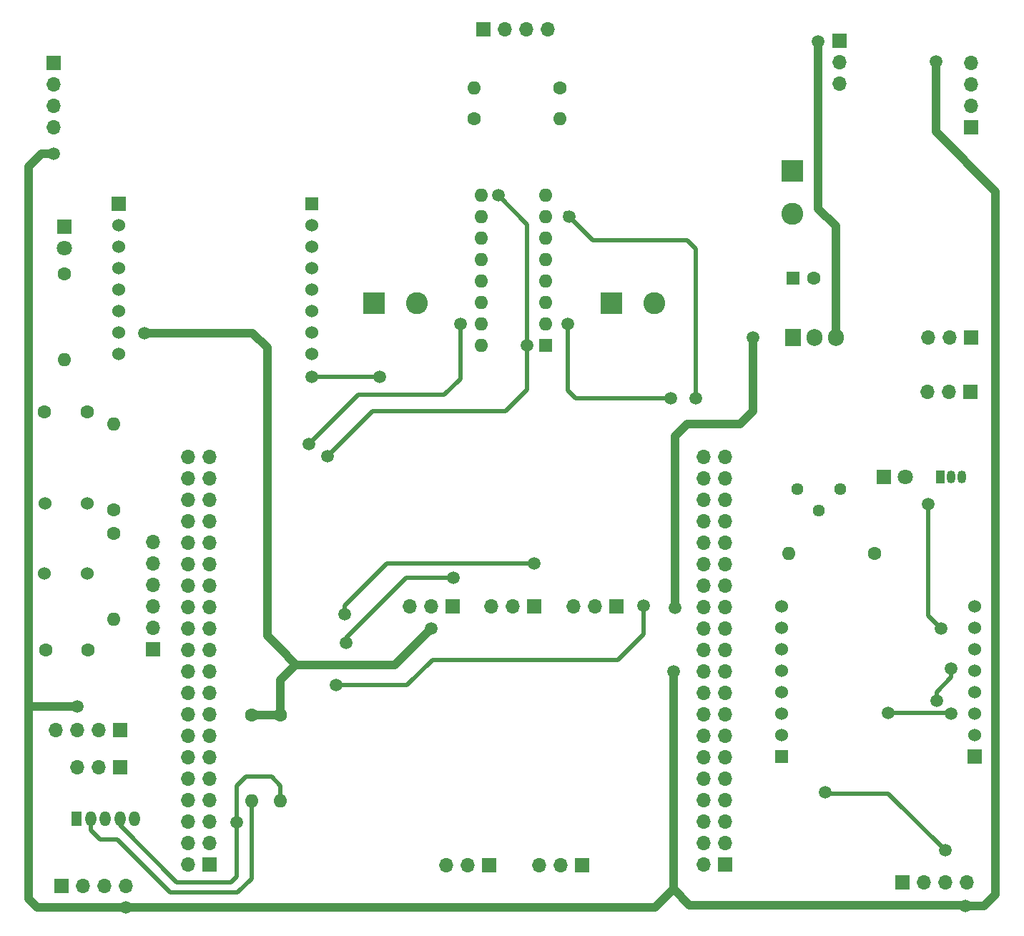
<source format=gbr>
%TF.GenerationSoftware,KiCad,Pcbnew,8.0.0*%
%TF.CreationDate,2024-05-29T16:21:41+02:00*%
%TF.ProjectId,Motor_Board_L476RG,4d6f746f-725f-4426-9f61-72645f4c3437,rev?*%
%TF.SameCoordinates,Original*%
%TF.FileFunction,Copper,L1,Top*%
%TF.FilePolarity,Positive*%
%FSLAX46Y46*%
G04 Gerber Fmt 4.6, Leading zero omitted, Abs format (unit mm)*
G04 Created by KiCad (PCBNEW 8.0.0) date 2024-05-29 16:21:41*
%MOMM*%
%LPD*%
G01*
G04 APERTURE LIST*
%TA.AperFunction,ComponentPad*%
%ADD10R,1.700000X1.700000*%
%TD*%
%TA.AperFunction,ComponentPad*%
%ADD11O,1.700000X1.700000*%
%TD*%
%TA.AperFunction,ComponentPad*%
%ADD12C,1.600000*%
%TD*%
%TA.AperFunction,ComponentPad*%
%ADD13O,1.600000X1.600000*%
%TD*%
%TA.AperFunction,ComponentPad*%
%ADD14R,1.800000X1.800000*%
%TD*%
%TA.AperFunction,ComponentPad*%
%ADD15C,1.800000*%
%TD*%
%TA.AperFunction,ComponentPad*%
%ADD16C,1.440000*%
%TD*%
%TA.AperFunction,ComponentPad*%
%ADD17C,1.524000*%
%TD*%
%TA.AperFunction,ComponentPad*%
%ADD18R,1.050000X1.500000*%
%TD*%
%TA.AperFunction,ComponentPad*%
%ADD19O,1.050000X1.500000*%
%TD*%
%TA.AperFunction,ComponentPad*%
%ADD20R,1.600000X1.600000*%
%TD*%
%TA.AperFunction,ComponentPad*%
%ADD21R,1.275000X1.800000*%
%TD*%
%TA.AperFunction,ComponentPad*%
%ADD22O,1.275000X1.800000*%
%TD*%
%TA.AperFunction,ComponentPad*%
%ADD23R,1.676400X1.676400*%
%TD*%
%TA.AperFunction,ComponentPad*%
%ADD24R,1.524000X1.524000*%
%TD*%
%TA.AperFunction,ComponentPad*%
%ADD25R,2.600000X2.600000*%
%TD*%
%TA.AperFunction,ComponentPad*%
%ADD26C,2.600000*%
%TD*%
%TA.AperFunction,ComponentPad*%
%ADD27R,1.905000X2.000000*%
%TD*%
%TA.AperFunction,ComponentPad*%
%ADD28O,1.905000X2.000000*%
%TD*%
%TA.AperFunction,ViaPad*%
%ADD29C,1.500000*%
%TD*%
%TA.AperFunction,Conductor*%
%ADD30C,0.500000*%
%TD*%
%TA.AperFunction,Conductor*%
%ADD31C,1.000000*%
%TD*%
G04 APERTURE END LIST*
D10*
%TO.P,J10,1,Pin_1*%
%TO.N,unconnected-(J10-Pin_1-Pad1)*%
X208500000Y-143440000D03*
D11*
%TO.P,J10,2,Pin_2*%
%TO.N,unconnected-(J10-Pin_2-Pad2)*%
X205960000Y-143440000D03*
%TO.P,J10,3,Pin_3*%
%TO.N,SCK*%
X208500000Y-140900000D03*
%TO.P,J10,4,Pin_4*%
%TO.N,MISO*%
X205960000Y-140900000D03*
%TO.P,J10,5,Pin_5*%
%TO.N,MOSI*%
X208500000Y-138360000D03*
%TO.P,J10,6,Pin_6*%
%TO.N,nRF_CE*%
X205960000Y-138360000D03*
%TO.P,J10,7,Pin_7*%
%TO.N,unconnected-(J10-Pin_7-Pad7)*%
X208500000Y-135820000D03*
%TO.P,J10,8,Pin_8*%
%TO.N,unconnected-(J10-Pin_8-Pad8)*%
X205960000Y-135820000D03*
%TO.P,J10,9,Pin_9*%
%TO.N,unconnected-(J10-Pin_9-Pad9)*%
X208500000Y-133280000D03*
%TO.P,J10,10,Pin_10*%
%TO.N,unconnected-(J10-Pin_10-Pad10)*%
X205960000Y-133280000D03*
%TO.P,J10,11,Pin_11*%
%TO.N,unconnected-(J10-Pin_11-Pad11)*%
X208500000Y-130740000D03*
%TO.P,J10,12,Pin_12*%
%TO.N,unconnected-(J10-Pin_12-Pad12)*%
X205960000Y-130740000D03*
%TO.P,J10,13,Pin_13*%
%TO.N,unconnected-(J10-Pin_13-Pad13)*%
X208500000Y-128200000D03*
%TO.P,J10,14,Pin_14*%
%TO.N,unconnected-(J10-Pin_14-Pad14)*%
X205960000Y-128200000D03*
%TO.P,J10,15,Pin_15*%
%TO.N,Din_4*%
X208500000Y-125660000D03*
%TO.P,J10,16,Pin_16*%
%TO.N,unconnected-(J10-Pin_16-Pad16)*%
X205960000Y-125660000D03*
%TO.P,J10,17,Pin_17*%
%TO.N,nRF_CS*%
X208500000Y-123120000D03*
%TO.P,J10,18,Pin_18*%
%TO.N,3.3V_NUC*%
X205960000Y-123120000D03*
%TO.P,J10,19,Pin_19*%
%TO.N,nRF_INT*%
X208500000Y-120580000D03*
%TO.P,J10,20,Pin_20*%
%TO.N,5V_NUC*%
X205960000Y-120580000D03*
%TO.P,J10,21,Pin_21*%
%TO.N,GND*%
X208500000Y-118040000D03*
%TO.P,J10,22,Pin_22*%
X205960000Y-118040000D03*
%TO.P,J10,23,Pin_23*%
%TO.N,Servo*%
X208500000Y-115500000D03*
%TO.P,J10,24,Pin_24*%
%TO.N,GND*%
X205960000Y-115500000D03*
%TO.P,J10,25,Pin_25*%
%TO.N,USER_BUTTON*%
X208500000Y-112960000D03*
%TO.P,J10,26,Pin_26*%
%TO.N,VIN*%
X205960000Y-112960000D03*
%TO.P,J10,27,Pin_27*%
%TO.N,unconnected-(J10-Pin_27-Pad27)*%
X208500000Y-110420000D03*
%TO.P,J10,28,Pin_28*%
%TO.N,unconnected-(J10-Pin_28-Pad28)*%
X205960000Y-110420000D03*
%TO.P,J10,29,Pin_29*%
%TO.N,LED_OUT*%
X208500000Y-107880000D03*
%TO.P,J10,30,Pin_30*%
%TO.N,MOT_R_1*%
X205960000Y-107880000D03*
%TO.P,J10,31,Pin_31*%
%TO.N,unconnected-(J10-Pin_31-Pad31)*%
X208500000Y-105340000D03*
%TO.P,J10,32,Pin_32*%
%TO.N,MOT_R_2*%
X205960000Y-105340000D03*
%TO.P,J10,33,Pin_33*%
%TO.N,unconnected-(J10-Pin_33-Pad33)*%
X208500000Y-102800000D03*
%TO.P,J10,34,Pin_34*%
%TO.N,ADC_OUT*%
X205960000Y-102800000D03*
%TO.P,J10,35,Pin_35*%
%TO.N,unconnected-(J10-Pin_35-Pad35)*%
X208500000Y-100260000D03*
%TO.P,J10,36,Pin_36*%
%TO.N,unconnected-(J10-Pin_36-Pad36)*%
X205960000Y-100260000D03*
%TO.P,J10,37,Pin_37*%
%TO.N,TEMP_OUT*%
X208500000Y-97720000D03*
%TO.P,J10,38,Pin_38*%
%TO.N,unconnected-(J10-Pin_38-Pad38)*%
X205960000Y-97720000D03*
%TO.P,J10,39,Pin_39*%
%TO.N,POT_OUT*%
X208500000Y-95180000D03*
%TO.P,J10,40,Pin_40*%
%TO.N,Din_1*%
X205960000Y-95180000D03*
%TD*%
D10*
%TO.P,J11,1,Pin_1*%
%TO.N,unconnected-(J11-Pin_1-Pad1)*%
X147460001Y-143440000D03*
D11*
%TO.P,J11,2,Pin_2*%
%TO.N,unconnected-(J11-Pin_2-Pad2)*%
X144920001Y-143440000D03*
%TO.P,J11,3,Pin_3*%
%TO.N,Speed_L*%
X147460001Y-140900000D03*
%TO.P,J11,4,Pin_4*%
%TO.N,Speed_R*%
X144920001Y-140900000D03*
%TO.P,J11,5,Pin_5*%
%TO.N,SCL*%
X147460001Y-138360000D03*
%TO.P,J11,6,Pin_6*%
%TO.N,unconnected-(J11-Pin_6-Pad6)*%
X144920001Y-138360000D03*
%TO.P,J11,7,Pin_7*%
%TO.N,SDA*%
X147460001Y-135820000D03*
%TO.P,J11,8,Pin_8*%
%TO.N,Din_3*%
X144920001Y-135820000D03*
%TO.P,J11,9,Pin_9*%
%TO.N,unconnected-(J11-Pin_9-Pad9)*%
X147460001Y-133280000D03*
%TO.P,J11,10,Pin_10*%
%TO.N,unconnected-(J11-Pin_10-Pad10)*%
X144920001Y-133280000D03*
%TO.P,J11,11,Pin_11*%
%TO.N,unconnected-(J11-Pin_11-Pad11)*%
X147460001Y-130740000D03*
%TO.P,J11,12,Pin_12*%
%TO.N,unconnected-(J11-Pin_12-Pad12)*%
X144920001Y-130740000D03*
%TO.P,J11,13,Pin_13*%
%TO.N,Line_R*%
X147460001Y-128200000D03*
%TO.P,J11,14,Pin_14*%
%TO.N,SW2_OUT*%
X144920001Y-128200000D03*
%TO.P,J11,15,Pin_15*%
%TO.N,unconnected-(J11-Pin_15-Pad15)*%
X147460001Y-125660000D03*
%TO.P,J11,16,Pin_16*%
%TO.N,SW1_OUT*%
X144920001Y-125660000D03*
%TO.P,J11,17,Pin_17*%
%TO.N,Line_L*%
X147460001Y-123120000D03*
%TO.P,J11,18,Pin_18*%
%TO.N,unconnected-(J11-Pin_18-Pad18)*%
X144920001Y-123120000D03*
%TO.P,J11,19,Pin_19*%
%TO.N,Line_C*%
X147460001Y-120580000D03*
%TO.P,J11,20,Pin_20*%
%TO.N,unconnected-(J11-Pin_20-Pad20)*%
X144920001Y-120580000D03*
%TO.P,J11,21,Pin_21*%
%TO.N,unconnected-(J11-Pin_21-Pad21)*%
X147460001Y-118040000D03*
%TO.P,J11,22,Pin_22*%
%TO.N,GND*%
X144920001Y-118040000D03*
%TO.P,J11,23,Pin_23*%
%TO.N,MOT_EN*%
X147460001Y-115500000D03*
%TO.P,J11,24,Pin_24*%
%TO.N,Net-(J11-Pin_24)*%
X144920001Y-115500000D03*
%TO.P,J11,25,Pin_25*%
%TO.N,MOT_L_2*%
X147460001Y-112960000D03*
%TO.P,J11,26,Pin_26*%
%TO.N,Net-(J11-Pin_26)*%
X144920001Y-112960000D03*
%TO.P,J11,27,Pin_27*%
%TO.N,Accel_INT*%
X147460001Y-110420000D03*
%TO.P,J11,28,Pin_28*%
%TO.N,Net-(J11-Pin_28)*%
X144920001Y-110420000D03*
%TO.P,J11,29,Pin_29*%
%TO.N,MOT_L_1*%
X147460001Y-107880000D03*
%TO.P,J11,30,Pin_30*%
%TO.N,Net-(J11-Pin_30)*%
X144920001Y-107880000D03*
%TO.P,J11,31,Pin_31*%
%TO.N,US_echo_in*%
X147460001Y-105340000D03*
%TO.P,J11,32,Pin_32*%
%TO.N,LED_OUT2*%
X144920001Y-105340000D03*
%TO.P,J11,33,Pin_33*%
%TO.N,US_trig*%
X147460001Y-102800000D03*
%TO.P,J11,34,Pin_34*%
%TO.N,unconnected-(J11-Pin_34-Pad34)*%
X144920001Y-102800000D03*
%TO.P,J11,35,Pin_35*%
%TO.N,Din_2*%
X147460001Y-100260000D03*
%TO.P,J11,36,Pin_36*%
%TO.N,Accel_RESET*%
X144920001Y-100260000D03*
%TO.P,J11,37,Pin_37*%
%TO.N,unconnected-(J11-Pin_37-Pad37)*%
X147460001Y-97720000D03*
%TO.P,J11,38,Pin_38*%
%TO.N,unconnected-(J11-Pin_38-Pad38)*%
X144920001Y-97720000D03*
%TO.P,J11,39,Pin_39*%
%TO.N,unconnected-(J11-Pin_39-Pad39)*%
X147460001Y-95180000D03*
%TO.P,J11,40,Pin_40*%
%TO.N,unconnected-(J11-Pin_40-Pad40)*%
X144920001Y-95180000D03*
%TD*%
D10*
%TO.P,J3,1,Pin_1*%
%TO.N,Line_R*%
X195600000Y-112900000D03*
D11*
%TO.P,J3,2,Pin_2*%
%TO.N,3.3V_NUC*%
X193060000Y-112900000D03*
%TO.P,J3,3,Pin_3*%
%TO.N,GND*%
X190520000Y-112900000D03*
%TD*%
D12*
%TO.P,R3,1*%
%TO.N,US_echo_in*%
X188900000Y-51450000D03*
D13*
%TO.P,R3,2*%
%TO.N,US_echo*%
X178740000Y-51450000D03*
%TD*%
D12*
%TO.P,R2,1*%
%TO.N,SW2_OUT*%
X136100000Y-101400000D03*
D13*
%TO.P,R2,2*%
%TO.N,GND*%
X136100000Y-91240000D03*
%TD*%
D10*
%TO.P,J15,1,Pin_1*%
%TO.N,GND*%
X229500000Y-145500000D03*
D11*
%TO.P,J15,2,Pin_2*%
%TO.N,unconnected-(J15-Pin_2-Pad2)*%
X232040000Y-145500000D03*
%TO.P,J15,3,Pin_3*%
%TO.N,Din_4*%
X234580000Y-145500000D03*
%TO.P,J15,4,Pin_4*%
%TO.N,5V_NUC*%
X237120000Y-145500000D03*
%TD*%
D12*
%TO.P,R4,1*%
%TO.N,GND*%
X178740000Y-55100000D03*
D13*
%TO.P,R4,2*%
%TO.N,US_echo_in*%
X188900000Y-55100000D03*
%TD*%
D10*
%TO.P,J2,1,Pin_1*%
%TO.N,Speed_L*%
X180500000Y-143500000D03*
D11*
%TO.P,J2,2,Pin_2*%
%TO.N,GND*%
X177960000Y-143500000D03*
%TO.P,J2,3,Pin_3*%
%TO.N,3.3V_NUC*%
X175420000Y-143500000D03*
%TD*%
D10*
%TO.P,J12,1,Pin_1*%
%TO.N,GND*%
X237600000Y-56150000D03*
D11*
%TO.P,J12,2,Pin_2*%
%TO.N,unconnected-(J12-Pin_2-Pad2)*%
X237600000Y-53610000D03*
%TO.P,J12,3,Pin_3*%
%TO.N,Din_1*%
X237600000Y-51070000D03*
%TO.P,J12,4,Pin_4*%
%TO.N,5V_NUC*%
X237600000Y-48530000D03*
%TD*%
D14*
%TO.P,D1,1,K*%
%TO.N,Net-(D1-K)*%
X227260000Y-97500000D03*
D15*
%TO.P,D1,2,A*%
%TO.N,3.3V_NUC*%
X229800000Y-97500000D03*
%TD*%
D16*
%TO.P,RV1,1,1*%
%TO.N,3.3V_NUC*%
X217020000Y-99015000D03*
%TO.P,RV1,2,2*%
%TO.N,POT_OUT*%
X219560000Y-101555000D03*
%TO.P,RV1,3,3*%
%TO.N,GND*%
X222100000Y-99015000D03*
%TD*%
D17*
%TO.P,SW1,1,1*%
%TO.N,3.3V_NUC*%
X127900000Y-109000000D03*
%TO.P,SW1,2,2*%
%TO.N,SW1_OUT*%
X132900000Y-109000000D03*
%TD*%
D18*
%TO.P,U1,1,+V_{S}*%
%TO.N,3.3V_NUC*%
X233960000Y-97500000D03*
D19*
%TO.P,U1,2,V_{OUT}*%
%TO.N,TEMP_OUT*%
X235230000Y-97500000D03*
%TO.P,U1,3,GND*%
%TO.N,GND*%
X236500000Y-97500000D03*
%TD*%
D12*
%TO.P,R7,1*%
%TO.N,3.3V_NUC*%
X152420001Y-125700000D03*
D13*
%TO.P,R7,2*%
%TO.N,SDA*%
X152420001Y-135860000D03*
%TD*%
D20*
%TO.P,C3,1*%
%TO.N,VIN*%
X216500000Y-74000000D03*
D12*
%TO.P,C3,2*%
%TO.N,GND*%
X219000000Y-74000000D03*
%TD*%
%TO.P,R5,1*%
%TO.N,Net-(D1-K)*%
X226160000Y-106615000D03*
D13*
%TO.P,R5,2*%
%TO.N,LED_OUT*%
X216000000Y-106615000D03*
%TD*%
D21*
%TO.P,J9,1,Pin_1*%
%TO.N,unconnected-(J9-Pin_1-Pad1)*%
X131700000Y-138000000D03*
D22*
%TO.P,J9,2,Pin_2*%
%TO.N,SDA*%
X133400000Y-138000000D03*
%TO.P,J9,3,Pin_3*%
%TO.N,GND*%
X135100000Y-138000000D03*
%TO.P,J9,4,Pin_4*%
%TO.N,SCL*%
X136800000Y-138000000D03*
%TO.P,J9,5,Pin_5*%
%TO.N,3.3V_NUC*%
X138500000Y-138000000D03*
%TD*%
D12*
%TO.P,R1,1*%
%TO.N,SW1_OUT*%
X136100000Y-104200000D03*
D13*
%TO.P,R1,2*%
%TO.N,GND*%
X136100000Y-114360000D03*
%TD*%
D10*
%TO.P,J18,1,Pin_1*%
%TO.N,SCL*%
X136800000Y-127510000D03*
D11*
%TO.P,J18,2,Pin_2*%
%TO.N,SDA*%
X134260000Y-127510000D03*
%TO.P,J18,3,Pin_3*%
%TO.N,5V_NUC*%
X131720000Y-127510000D03*
%TO.P,J18,4,Pin_4*%
%TO.N,GND*%
X129180000Y-127510000D03*
%TD*%
D12*
%TO.P,R8,1*%
%TO.N,Net-(D2-A)*%
X130200000Y-73500000D03*
D13*
%TO.P,R8,2*%
%TO.N,LED_OUT2*%
X130200000Y-83660000D03*
%TD*%
D10*
%TO.P,J6,1,Pin_1*%
%TO.N,GND*%
X179810000Y-44500000D03*
D11*
%TO.P,J6,2,Pin_2*%
%TO.N,US_echo*%
X182350000Y-44500000D03*
%TO.P,J6,3,Pin_3*%
%TO.N,US_trig*%
X184890000Y-44500000D03*
%TO.P,J6,4,Pin_4*%
%TO.N,5V*%
X187430000Y-44500000D03*
%TD*%
D10*
%TO.P,J17,1,Pin_1*%
%TO.N,SCL*%
X136800000Y-131910000D03*
D11*
%TO.P,J17,2,Pin_2*%
%TO.N,SDA*%
X134260000Y-131910000D03*
%TO.P,J17,3,Pin_3*%
%TO.N,GND*%
X131720000Y-131910000D03*
%TD*%
D12*
%TO.P,C1,1*%
%TO.N,3.3V_NUC*%
X128000000Y-118000000D03*
%TO.P,C1,2*%
%TO.N,SW1_OUT*%
X133000000Y-118000000D03*
%TD*%
D23*
%TO.P,CON1,P1,AN*%
%TO.N,unconnected-(CON1-AN-PadP1)*%
X136640000Y-65220000D03*
D17*
%TO.P,CON1,P2,RST*%
%TO.N,Accel_RESET*%
X136640000Y-67760000D03*
%TO.P,CON1,P3,CS*%
%TO.N,unconnected-(CON1-CS-PadP3)*%
X136640000Y-70300000D03*
%TO.P,CON1,P4,SCK*%
%TO.N,unconnected-(CON1-SCK-PadP4)*%
X136640000Y-72840000D03*
%TO.P,CON1,P5,MISO*%
%TO.N,unconnected-(CON1-MISO-PadP5)*%
X136640000Y-75380000D03*
%TO.P,CON1,P6,MOSI*%
%TO.N,unconnected-(CON1-MOSI-PadP6)*%
X136640000Y-77920000D03*
%TO.P,CON1,P7,3V3*%
%TO.N,3.3V_NUC*%
X136640000Y-80460000D03*
%TO.P,CON1,P8,GND1*%
%TO.N,GND*%
X136640000Y-83000000D03*
%TO.P,CON1,P9,GND2*%
X159500000Y-83000000D03*
%TO.P,CON1,P10,5V*%
%TO.N,unconnected-(CON1-5V-PadP10)*%
X159500000Y-80460000D03*
%TO.P,CON1,P11,SDA*%
%TO.N,SDA*%
X159500000Y-77920000D03*
%TO.P,CON1,P12,SCL*%
%TO.N,SCL*%
X159500000Y-75380000D03*
%TO.P,CON1,P13,RX*%
%TO.N,unconnected-(CON1-RX-PadP13)*%
X159500000Y-72840000D03*
%TO.P,CON1,P14,TX*%
%TO.N,unconnected-(CON1-TX-PadP14)*%
X159500000Y-70300000D03*
%TO.P,CON1,P15,INT*%
%TO.N,Accel_INT*%
X159500000Y-67760000D03*
D24*
%TO.P,CON1,P16,PWM*%
%TO.N,unconnected-(CON1-PWM-PadP16)*%
X159500000Y-65220000D03*
%TD*%
D12*
%TO.P,C2,1*%
%TO.N,3.3V_NUC*%
X127900000Y-89800000D03*
%TO.P,C2,2*%
%TO.N,SW2_OUT*%
X132900000Y-89800000D03*
%TD*%
D10*
%TO.P,J23,1,Pin_1*%
%TO.N,GND*%
X140750000Y-117950000D03*
D11*
%TO.P,J23,2,Pin_2*%
%TO.N,Net-(J11-Pin_24)*%
X140750000Y-115410000D03*
%TO.P,J23,3,Pin_3*%
%TO.N,Net-(J11-Pin_26)*%
X140750000Y-112870000D03*
%TO.P,J23,4,Pin_4*%
%TO.N,Net-(J11-Pin_28)*%
X140750000Y-110330000D03*
%TO.P,J23,5,Pin_5*%
%TO.N,Net-(J11-Pin_30)*%
X140750000Y-107790000D03*
%TO.P,J23,6,Pin_6*%
%TO.N,LED_OUT2*%
X140750000Y-105250000D03*
%TD*%
D23*
%TO.P,CON2,P1,AN*%
%TO.N,unconnected-(CON2-AN-PadP1)*%
X238000000Y-130620000D03*
D17*
%TO.P,CON2,P2,RST*%
%TO.N,nRF_CE*%
X238000000Y-128080000D03*
%TO.P,CON2,P3,CS*%
%TO.N,nRF_CS*%
X238000000Y-125540000D03*
%TO.P,CON2,P4,SCK*%
%TO.N,SCK*%
X238000000Y-123000000D03*
%TO.P,CON2,P5,MISO*%
%TO.N,MISO*%
X238000000Y-120460000D03*
%TO.P,CON2,P6,MOSI*%
%TO.N,MOSI*%
X238000000Y-117920000D03*
%TO.P,CON2,P7,3V3*%
%TO.N,3.3V_NUC*%
X238000000Y-115380000D03*
%TO.P,CON2,P8,GND1*%
%TO.N,GND*%
X238000000Y-112840000D03*
%TO.P,CON2,P9,GND2*%
X215140000Y-112840000D03*
%TO.P,CON2,P10,5V*%
%TO.N,unconnected-(CON2-5V-PadP10)*%
X215140000Y-115380000D03*
%TO.P,CON2,P11,SDA*%
%TO.N,unconnected-(CON2-SDA-PadP11)*%
X215140000Y-117920000D03*
%TO.P,CON2,P12,SCL*%
%TO.N,unconnected-(CON2-SCL-PadP12)*%
X215140000Y-120460000D03*
%TO.P,CON2,P13,RX*%
%TO.N,unconnected-(CON2-RX-PadP13)*%
X215140000Y-123000000D03*
%TO.P,CON2,P14,TX*%
%TO.N,unconnected-(CON2-TX-PadP14)*%
X215140000Y-125540000D03*
%TO.P,CON2,P15,INT*%
%TO.N,nRF_INT*%
X215140000Y-128080000D03*
D24*
%TO.P,CON2,P16,PWM*%
%TO.N,unconnected-(CON2-PWM-PadP16)*%
X215140000Y-130620000D03*
%TD*%
D10*
%TO.P,J14,1,Pin_1*%
%TO.N,GND*%
X129920000Y-146000000D03*
D11*
%TO.P,J14,2,Pin_2*%
%TO.N,unconnected-(J14-Pin_2-Pad2)*%
X132460000Y-146000000D03*
%TO.P,J14,3,Pin_3*%
%TO.N,Din_3*%
X135000000Y-146000000D03*
%TO.P,J14,4,Pin_4*%
%TO.N,5V_NUC*%
X137540000Y-146000000D03*
%TD*%
D25*
%TO.P,J21,1,Pin_1*%
%TO.N,Net-(J21-Pin_1)*%
X195000000Y-77000000D03*
D26*
%TO.P,J21,2,Pin_2*%
%TO.N,Net-(J21-Pin_2)*%
X200080000Y-77000000D03*
%TD*%
D20*
%TO.P,U3,1,1\u002C2EN*%
%TO.N,MOT_EN*%
X187200000Y-81980000D03*
D13*
%TO.P,U3,2,1A*%
%TO.N,MOT_R_1*%
X187200000Y-79440000D03*
%TO.P,U3,3,1Y*%
%TO.N,Net-(J21-Pin_1)*%
X187200000Y-76900000D03*
%TO.P,U3,4,GND*%
%TO.N,GND*%
X187200000Y-74360000D03*
%TO.P,U3,5,GND*%
X187200000Y-71820000D03*
%TO.P,U3,6,2Y*%
%TO.N,Net-(J21-Pin_2)*%
X187200000Y-69280000D03*
%TO.P,U3,7,2A*%
%TO.N,MOT_R_2*%
X187200000Y-66740000D03*
%TO.P,U3,8,VCC2*%
%TO.N,VIN*%
X187200000Y-64200000D03*
%TO.P,U3,9,3\u002C4EN*%
%TO.N,MOT_EN*%
X179580000Y-64200000D03*
%TO.P,U3,10,3A*%
%TO.N,MOT_L_1*%
X179580000Y-66740000D03*
%TO.P,U3,11,3Y*%
%TO.N,Net-(J22-Pin_1)*%
X179580000Y-69280000D03*
%TO.P,U3,12,GND*%
%TO.N,GND*%
X179580000Y-71820000D03*
%TO.P,U3,13,GND*%
X179580000Y-74360000D03*
%TO.P,U3,14,4Y*%
%TO.N,Net-(J22-Pin_2)*%
X179580000Y-76900000D03*
%TO.P,U3,15,4A*%
%TO.N,MOT_L_2*%
X179580000Y-79440000D03*
%TO.P,U3,16,VCC1*%
%TO.N,5V*%
X179580000Y-81980000D03*
%TD*%
D10*
%TO.P,J7,1,Pin_1*%
%TO.N,5V*%
X222000000Y-45920000D03*
D11*
%TO.P,J7,2,Pin_2*%
%TO.N,GND*%
X222000000Y-48460000D03*
%TO.P,J7,3,Pin_3*%
%TO.N,Servo*%
X222000000Y-51000000D03*
%TD*%
D10*
%TO.P,J13,1,Pin_1*%
%TO.N,GND*%
X129000000Y-48500000D03*
D11*
%TO.P,J13,2,Pin_2*%
%TO.N,unconnected-(J13-Pin_2-Pad2)*%
X129000000Y-51040000D03*
%TO.P,J13,3,Pin_3*%
%TO.N,Din_2*%
X129000000Y-53580000D03*
%TO.P,J13,4,Pin_4*%
%TO.N,5V_NUC*%
X129000000Y-56120000D03*
%TD*%
D12*
%TO.P,R6,1*%
%TO.N,3.3V_NUC*%
X155820001Y-125700000D03*
D13*
%TO.P,R6,2*%
%TO.N,SCL*%
X155820001Y-135860000D03*
%TD*%
D17*
%TO.P,SW2,1,1*%
%TO.N,3.3V_NUC*%
X127950000Y-100650000D03*
%TO.P,SW2,2,2*%
%TO.N,SW2_OUT*%
X132950000Y-100650000D03*
%TD*%
D10*
%TO.P,J19,1,Pin_1*%
%TO.N,GND*%
X237580000Y-81000000D03*
D11*
%TO.P,J19,2,Pin_2*%
X235040000Y-81000000D03*
%TO.P,J19,3,Pin_3*%
X232500000Y-81000000D03*
%TD*%
D25*
%TO.P,J8,1,Pin_1*%
%TO.N,GND*%
X216400000Y-61300000D03*
D26*
%TO.P,J8,2,Pin_2*%
%TO.N,VIN*%
X216400000Y-66380000D03*
%TD*%
D10*
%TO.P,J20,1,Pin_1*%
%TO.N,3.3V_NUC*%
X237500000Y-87500000D03*
D11*
%TO.P,J20,2,Pin_2*%
X234960000Y-87500000D03*
%TO.P,J20,3,Pin_3*%
X232420000Y-87500000D03*
%TD*%
D14*
%TO.P,D2,1,K*%
%TO.N,GND*%
X130200000Y-67860000D03*
D15*
%TO.P,D2,2,A*%
%TO.N,Net-(D2-A)*%
X130200000Y-70400000D03*
%TD*%
D10*
%TO.P,J5,1,Pin_1*%
%TO.N,Line_L*%
X176200000Y-112900000D03*
D11*
%TO.P,J5,2,Pin_2*%
%TO.N,3.3V_NUC*%
X173660000Y-112900000D03*
%TO.P,J5,3,Pin_3*%
%TO.N,GND*%
X171120000Y-112900000D03*
%TD*%
D10*
%TO.P,J1,1,Pin_1*%
%TO.N,Speed_R*%
X191500000Y-143500000D03*
D11*
%TO.P,J1,2,Pin_2*%
%TO.N,GND*%
X188960000Y-143500000D03*
%TO.P,J1,3,Pin_3*%
%TO.N,3.3V_NUC*%
X186420000Y-143500000D03*
%TD*%
D25*
%TO.P,J22,1,Pin_1*%
%TO.N,Net-(J22-Pin_1)*%
X166920000Y-77000000D03*
D26*
%TO.P,J22,2,Pin_2*%
%TO.N,Net-(J22-Pin_2)*%
X172000000Y-77000000D03*
%TD*%
D10*
%TO.P,J4,1,Pin_1*%
%TO.N,Line_C*%
X185900000Y-112900000D03*
D11*
%TO.P,J4,2,Pin_2*%
%TO.N,3.3V_NUC*%
X183360000Y-112900000D03*
%TO.P,J4,3,Pin_3*%
%TO.N,GND*%
X180820000Y-112900000D03*
%TD*%
D27*
%TO.P,U2,1,VI*%
%TO.N,VIN*%
X216500000Y-81000000D03*
D28*
%TO.P,U2,2,GND*%
%TO.N,GND*%
X219040000Y-81000000D03*
%TO.P,U2,3,VO*%
%TO.N,5V*%
X221580000Y-81000000D03*
%TD*%
D29*
%TO.N,GND*%
X159500000Y-85700000D03*
X167600000Y-85700000D03*
%TO.N,VIN*%
X211750000Y-81000000D03*
X202500000Y-113000000D03*
%TO.N,5V_NUC*%
X233400000Y-48350000D03*
X236875000Y-148375000D03*
X137500000Y-148500000D03*
X129000000Y-59250000D03*
X202330000Y-120580000D03*
X131750000Y-124750000D03*
%TO.N,nRF_CS*%
X235250000Y-125540000D03*
X227750000Y-125500000D03*
%TO.N,3.3V_NUC*%
X139750000Y-80500000D03*
X232500000Y-100750000D03*
X234000000Y-115500000D03*
X173660000Y-115500000D03*
%TO.N,MISO*%
X235250000Y-120250000D03*
X233500000Y-124000000D03*
X235250000Y-120250000D03*
%TO.N,SCL*%
X150620001Y-138460000D03*
%TO.N,Line_R*%
X198800000Y-112800000D03*
X162400000Y-122200000D03*
%TO.N,Line_C*%
X163400000Y-113800000D03*
X185900000Y-107750000D03*
%TO.N,Line_L*%
X163600000Y-117200000D03*
X176250000Y-109500000D03*
%TO.N,Din_4*%
X234500000Y-141750000D03*
X220300000Y-134900000D03*
%TO.N,MOT_EN*%
X161400000Y-95100000D03*
X185020000Y-81980000D03*
X181600000Y-64200000D03*
%TO.N,MOT_R_2*%
X205000000Y-88250000D03*
X190000000Y-66700000D03*
X190000000Y-66700000D03*
%TO.N,MOT_L_2*%
X177100000Y-79400000D03*
X159200000Y-93600000D03*
%TO.N,MOT_R_1*%
X189800000Y-79400000D03*
X202000000Y-88250000D03*
%TO.N,5V*%
X219450000Y-45950000D03*
%TD*%
D30*
%TO.N,GND*%
X167600000Y-85700000D02*
X159500000Y-85700000D01*
D31*
%TO.N,VIN*%
X204000000Y-91250000D02*
X210250000Y-91250000D01*
X202500000Y-113000000D02*
X202500000Y-92750000D01*
X202500000Y-92750000D02*
X204000000Y-91250000D01*
X210250000Y-91250000D02*
X211750000Y-89750000D01*
X211750000Y-89750000D02*
X211750000Y-81000000D01*
%TO.N,5V_NUC*%
X236875000Y-148375000D02*
X236750000Y-148250000D01*
X126000000Y-60750000D02*
X127500000Y-59250000D01*
X126125000Y-124750000D02*
X126000000Y-124625000D01*
X126125000Y-124750000D02*
X126000000Y-124875000D01*
X204250000Y-148250000D02*
X202330000Y-146330000D01*
X200160000Y-148500000D02*
X202330000Y-146330000D01*
X233400000Y-48350000D02*
X233400000Y-56650000D01*
X137500000Y-148500000D02*
X200160000Y-148500000D01*
X127500000Y-59250000D02*
X129000000Y-59250000D01*
X240500000Y-63750000D02*
X240500000Y-147000000D01*
X126000000Y-124625000D02*
X126000000Y-60750000D01*
X233400000Y-56650000D02*
X240500000Y-63750000D01*
X236750000Y-148250000D02*
X204250000Y-148250000D01*
X239125000Y-148375000D02*
X236875000Y-148375000D01*
X126000000Y-147500000D02*
X127000000Y-148500000D01*
X131750000Y-124750000D02*
X126125000Y-124750000D01*
X240500000Y-147000000D02*
X239125000Y-148375000D01*
X127000000Y-148500000D02*
X137500000Y-148500000D01*
X202330000Y-146330000D02*
X202330000Y-120580000D01*
X126000000Y-124875000D02*
X126000000Y-147500000D01*
D30*
%TO.N,nRF_CS*%
X235210000Y-125500000D02*
X235250000Y-125540000D01*
X227750000Y-125500000D02*
X235210000Y-125500000D01*
D31*
%TO.N,3.3V_NUC*%
X157600000Y-119700000D02*
X157600000Y-119800000D01*
X157700000Y-119800000D02*
X169360000Y-119800000D01*
D30*
X232500000Y-114000000D02*
X234000000Y-115500000D01*
D31*
X139750000Y-80500000D02*
X152500000Y-80500000D01*
X154250000Y-82250000D02*
X154250000Y-116350000D01*
X155700000Y-117800000D02*
X157600000Y-119700000D01*
X152500000Y-80500000D02*
X154250000Y-82250000D01*
D30*
X232500000Y-100750000D02*
X232500000Y-114000000D01*
D31*
X154250000Y-116350000D02*
X155700000Y-117800000D01*
X155820001Y-125700000D02*
X152420001Y-125700000D01*
X169360000Y-119800000D02*
X173660000Y-115500000D01*
X155700000Y-117800000D02*
X157700000Y-119800000D01*
X155820001Y-121579999D02*
X155820001Y-125700000D01*
X157600000Y-119800000D02*
X155820001Y-121579999D01*
D30*
%TO.N,MISO*%
X233500000Y-123000000D02*
X235250000Y-121250000D01*
X235250000Y-121250000D02*
X235250000Y-120250000D01*
X233500000Y-124000000D02*
X233500000Y-123000000D01*
%TO.N,SDA*%
X133400000Y-138000000D02*
X133400000Y-139400000D01*
X136500000Y-140500000D02*
X142750000Y-146750000D01*
X142750000Y-146750000D02*
X150750000Y-146750000D01*
X152420001Y-145079999D02*
X152420001Y-135860000D01*
X150750000Y-146750000D02*
X152420001Y-145079999D01*
X133400000Y-139400000D02*
X134500000Y-140500000D01*
X134500000Y-140500000D02*
X136500000Y-140500000D01*
%TO.N,SCL*%
X150620001Y-134129999D02*
X151750000Y-133000000D01*
X154750000Y-133000000D02*
X155820001Y-134070001D01*
X150620001Y-138460000D02*
X150620001Y-134129999D01*
X149990002Y-145500000D02*
X150620001Y-144870001D01*
X151750000Y-133000000D02*
X154750000Y-133000000D01*
X136800000Y-138000000D02*
X136800000Y-138800000D01*
X155820001Y-134070001D02*
X155820001Y-135860000D01*
X136800000Y-138800000D02*
X143500000Y-145500000D01*
X143500000Y-145500000D02*
X149990002Y-145500000D01*
X150620001Y-144870001D02*
X150620001Y-138460000D01*
%TO.N,Line_R*%
X198800000Y-116200000D02*
X195800000Y-119200000D01*
X170800000Y-122200000D02*
X162400000Y-122200000D01*
X198800000Y-112800000D02*
X198800000Y-116200000D01*
X195800000Y-119200000D02*
X173800000Y-119200000D01*
X173800000Y-119200000D02*
X170800000Y-122200000D01*
%TO.N,Line_C*%
X163400000Y-113800000D02*
X163400000Y-112800000D01*
X168450000Y-107750000D02*
X185900000Y-107750000D01*
X163400000Y-112800000D02*
X168450000Y-107750000D01*
%TO.N,Line_L*%
X170700000Y-109500000D02*
X176250000Y-109500000D01*
X163600000Y-116600000D02*
X170700000Y-109500000D01*
X163600000Y-117200000D02*
X163600000Y-116600000D01*
%TO.N,Din_4*%
X220400000Y-135000000D02*
X227750000Y-135000000D01*
X227750000Y-135000000D02*
X234500000Y-141750000D01*
X220300000Y-134900000D02*
X220400000Y-135000000D01*
%TO.N,MOT_EN*%
X185020000Y-87230000D02*
X185020000Y-81980000D01*
X182500000Y-89750000D02*
X185020000Y-87230000D01*
X166750000Y-89750000D02*
X182500000Y-89750000D01*
X185020000Y-81980000D02*
X185020000Y-67620000D01*
X161400000Y-95100000D02*
X166750000Y-89750000D01*
X185020000Y-67620000D02*
X181600000Y-64200000D01*
%TO.N,MOT_R_2*%
X205000000Y-70500000D02*
X204000000Y-69500000D01*
X192800000Y-69500000D02*
X190000000Y-66700000D01*
X190000000Y-66700000D02*
X189600000Y-66300000D01*
X205000000Y-88250000D02*
X205000000Y-70500000D01*
X204000000Y-69500000D02*
X192800000Y-69500000D01*
%TO.N,MOT_L_2*%
X175200000Y-87800000D02*
X177100000Y-85900000D01*
X165000000Y-87800000D02*
X175200000Y-87800000D01*
X177100000Y-85900000D02*
X177100000Y-79400000D01*
X177100000Y-79400000D02*
X177000000Y-79300000D01*
X159200000Y-93600000D02*
X165000000Y-87800000D01*
%TO.N,MOT_R_1*%
X189800000Y-87300000D02*
X189800000Y-79400000D01*
X202000000Y-88250000D02*
X190750000Y-88250000D01*
X190750000Y-88250000D02*
X189800000Y-87300000D01*
D31*
%TO.N,5V*%
X219500000Y-65750000D02*
X221580000Y-67830000D01*
X221580000Y-67830000D02*
X221580000Y-81000000D01*
X219450000Y-45950000D02*
X219500000Y-46000000D01*
X219500000Y-46000000D02*
X219500000Y-65750000D01*
%TD*%
M02*

</source>
